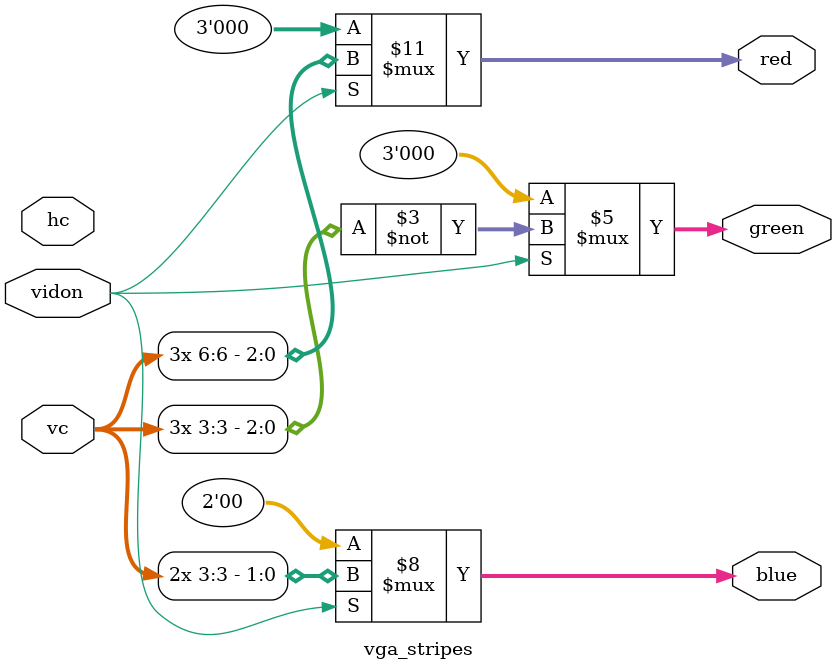
<source format=v>
`timescale 1ns / 1ps
module vga_stripes(
input wire vidon,
input wire [9:0] hc, vc,
output reg[2:0] red, green,
output reg[1:0] blue
    );
	 
reg [1:0] cnt;
	 
	 always @(*)
	 begin
		red = 0;
		green = 0;
		blue = 0;
		if (vidon == 1)
		begin
			red = {vc[6], vc[6], vc[6]};
			blue = {vc[3], vc[3]};
			green = ~{vc[3], vc[3], vc[3]};
		end
	end


endmodule

</source>
